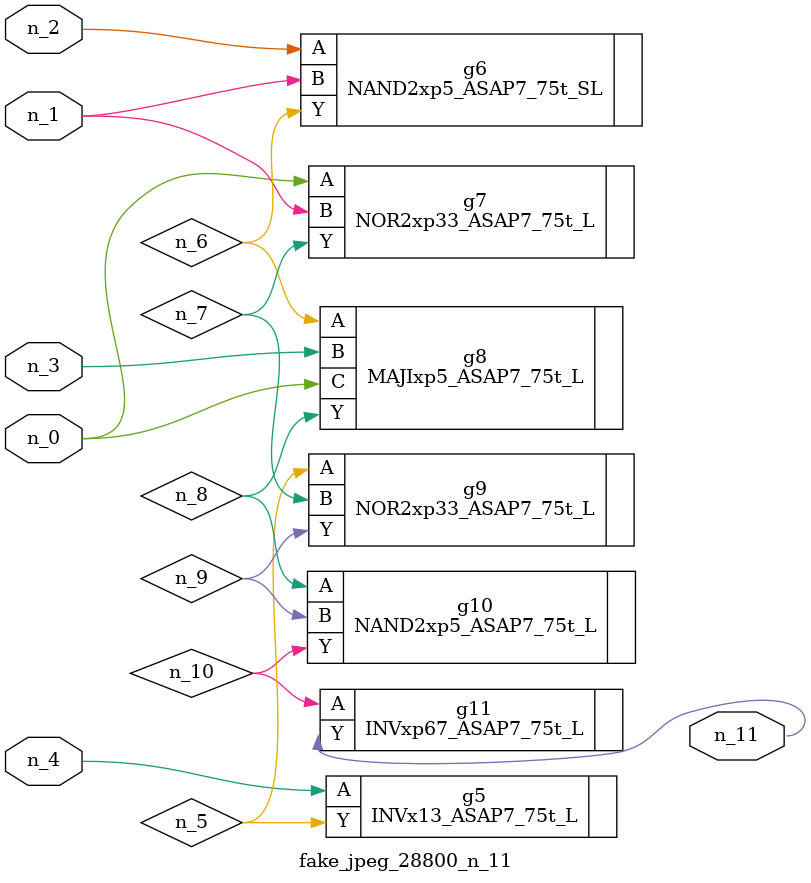
<source format=v>
module fake_jpeg_28800_n_11 (n_3, n_2, n_1, n_0, n_4, n_11);

input n_3;
input n_2;
input n_1;
input n_0;
input n_4;

output n_11;

wire n_10;
wire n_8;
wire n_9;
wire n_6;
wire n_5;
wire n_7;

INVx13_ASAP7_75t_L g5 ( 
.A(n_4),
.Y(n_5)
);

NAND2xp5_ASAP7_75t_SL g6 ( 
.A(n_2),
.B(n_1),
.Y(n_6)
);

NOR2xp33_ASAP7_75t_L g7 ( 
.A(n_0),
.B(n_1),
.Y(n_7)
);

MAJIxp5_ASAP7_75t_L g8 ( 
.A(n_6),
.B(n_3),
.C(n_0),
.Y(n_8)
);

NAND2xp5_ASAP7_75t_L g10 ( 
.A(n_8),
.B(n_9),
.Y(n_10)
);

NOR2xp33_ASAP7_75t_L g9 ( 
.A(n_5),
.B(n_7),
.Y(n_9)
);

INVxp67_ASAP7_75t_L g11 ( 
.A(n_10),
.Y(n_11)
);


endmodule
</source>
